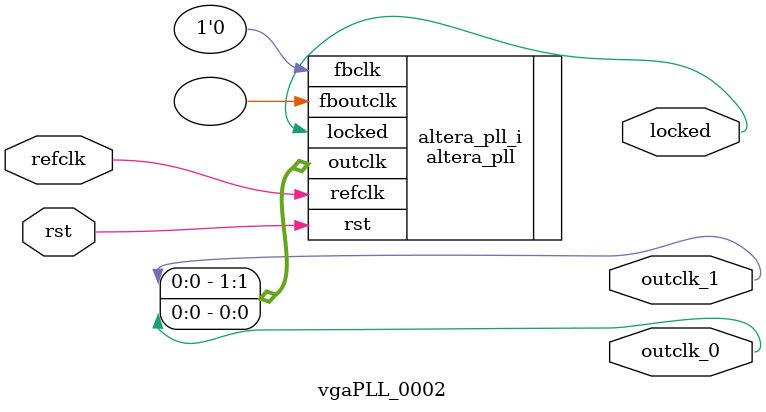
<source format=v>
`timescale 1ns/10ps
module  vgaPLL_0002(

	// interface 'refclk'
	input wire refclk,

	// interface 'reset'
	input wire rst,

	// interface 'outclk0'
	output wire outclk_0,

	// interface 'outclk1'
	output wire outclk_1,

	// interface 'locked'
	output wire locked
);

	altera_pll #(
		.fractional_vco_multiplier("false"),
		.reference_clock_frequency("50.0 MHz"),
		.operation_mode("direct"),
		.number_of_clocks(2),
		.output_clock_frequency0("25.000000 MHz"),
		.phase_shift0("0 ps"),
		.duty_cycle0(50),
		.output_clock_frequency1("25.000000 MHz"),
		.phase_shift1("20000 ps"),
		.duty_cycle1(50),
		.output_clock_frequency2("0 MHz"),
		.phase_shift2("0 ps"),
		.duty_cycle2(50),
		.output_clock_frequency3("0 MHz"),
		.phase_shift3("0 ps"),
		.duty_cycle3(50),
		.output_clock_frequency4("0 MHz"),
		.phase_shift4("0 ps"),
		.duty_cycle4(50),
		.output_clock_frequency5("0 MHz"),
		.phase_shift5("0 ps"),
		.duty_cycle5(50),
		.output_clock_frequency6("0 MHz"),
		.phase_shift6("0 ps"),
		.duty_cycle6(50),
		.output_clock_frequency7("0 MHz"),
		.phase_shift7("0 ps"),
		.duty_cycle7(50),
		.output_clock_frequency8("0 MHz"),
		.phase_shift8("0 ps"),
		.duty_cycle8(50),
		.output_clock_frequency9("0 MHz"),
		.phase_shift9("0 ps"),
		.duty_cycle9(50),
		.output_clock_frequency10("0 MHz"),
		.phase_shift10("0 ps"),
		.duty_cycle10(50),
		.output_clock_frequency11("0 MHz"),
		.phase_shift11("0 ps"),
		.duty_cycle11(50),
		.output_clock_frequency12("0 MHz"),
		.phase_shift12("0 ps"),
		.duty_cycle12(50),
		.output_clock_frequency13("0 MHz"),
		.phase_shift13("0 ps"),
		.duty_cycle13(50),
		.output_clock_frequency14("0 MHz"),
		.phase_shift14("0 ps"),
		.duty_cycle14(50),
		.output_clock_frequency15("0 MHz"),
		.phase_shift15("0 ps"),
		.duty_cycle15(50),
		.output_clock_frequency16("0 MHz"),
		.phase_shift16("0 ps"),
		.duty_cycle16(50),
		.output_clock_frequency17("0 MHz"),
		.phase_shift17("0 ps"),
		.duty_cycle17(50),
		.pll_type("General"),
		.pll_subtype("General")
	) altera_pll_i (
		.rst	(rst),
		.outclk	({outclk_1, outclk_0}),
		.locked	(locked),
		.fboutclk	( ),
		.fbclk	(1'b0),
		.refclk	(refclk)
	);
endmodule


</source>
